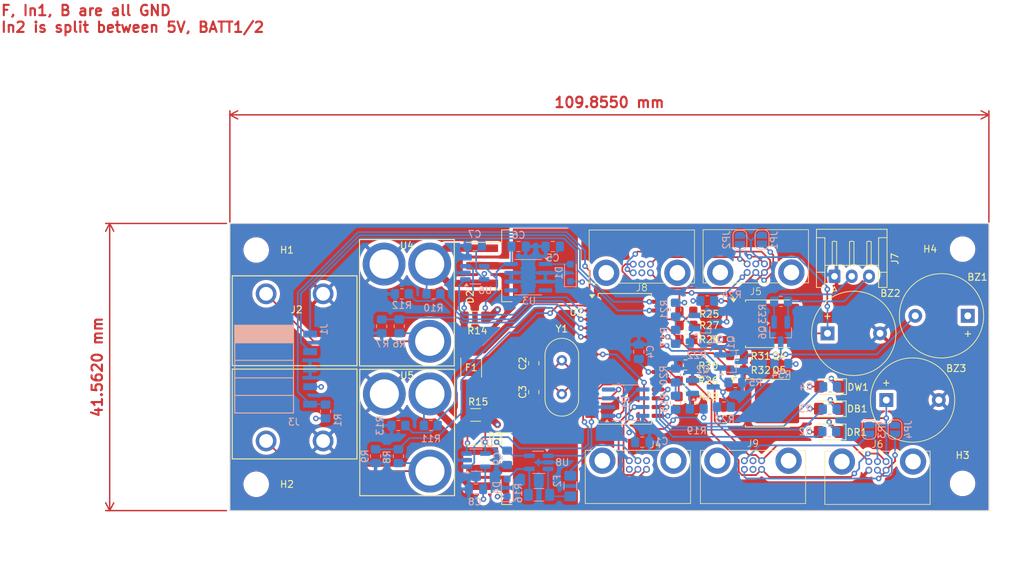
<source format=kicad_pcb>
(kicad_pcb (version 20241229) (generator "pcbnew") (generator_version "9.0")
  (layers (0 "F.Cu" signal) (4 "In1.Cu" signal) (6 "In2.Cu" signal) (2 "B.Cu" signal) (13 "F.Paste" user) (15 "B.Paste" user) (5 "F.SilkS" user "F.Silkscreen") (7 "B.SilkS" user "B.Silkscreen") (1 "F.Mask" user) (3 "B.Mask" user) (25 "Edge.Cuts" user))
  (net 0 "")
  (net 1 "Net-(BZ1-+)")
  (net 2 "+5V")
  (net 3 "Net-(BZ2--)")
  (net 4 "GND")
  (net 5 "Net-(BZ3--)")
  (net 6 "/OSC1")
  (net 7 "/OSC2")
  (net 8 "Net-(D1-A)")
  (net 9 "+BATT1")
  (net 10 "Net-(D2-A)")
  (net 11 "/power/RAW_BAT1")
  (net 12 "/power/RAW_BAT2")
  (net 13 "Net-(D3-A)")
  (net 14 "Net-(D4-A)")
  (net 15 "Net-(DB1-K)")
  (net 16 "Net-(DR1-K)")
  (net 17 "Net-(DW1-K)")
  (net 18 "Net-(U8-IN+)")
  (net 19 "Net-(J4-Pin_2)")
  (net 20 "/ICSPCLK")
  (net 21 "/~{MCLR}")
  (net 22 "/ICSPDAT")
  (net 23 "Net-(J2-Pin_2)")
  (net 24 "Net-(J3-Pin_1)")
  (net 25 "CANH")
  (net 26 "CANL")
  (net 28 "/altimeters/M1_PYRO")
  (net 29 "/altimeters/D1+")
  (net 30 "/altimeters/D1_PYRO")
  (net 31 "/altimeters/M1+")
  (net 32 "/altimeters/M2+")
  (net 33 "/altimeters/M2_PYRO")
  (net 34 "/altimeters/D2_PYRO")
  (net 35 "/altimeters/D2+")
  (net 36 "Net-(J7-Pin_2)")
  (net 37 "Net-(J7-Pin_3)")
  (net 42 "Net-(Q1-G)")
  (net 43 "Net-(Q2-G)")
  (net 44 "Net-(Q2-D)")
  (net 45 "Net-(Q3-G)")
  (net 46 "Net-(Q3-D)")
  (net 47 "+BATT2")
  (net 48 "/LED3")
  (net 49 "/LED2")
  (net 50 "/LED1")
  (net 51 "/power/VMAG2")
  (net 52 "/altimeters/A2_ARM")
  (net 53 "/CAN_TX")
  (net 54 "/CAN_RX")
  (net 57 "/altimeters/A2_DROGUE")
  (net 58 "/altimeters/A2_MAIN")
  (net 59 "CURR_AMP_BATT1")
  (net 60 "VMAG1")
  (net 61 "VBAT1")
  (net 62 "CURR_AMP_CAN")
  (net 63 "VBAT2")
  (net 64 "CURR_AMP_BATT2")
  (net 65 "SL_TX")
  (net 66 "/altimeters/A1_DROGUE")
  (net 67 "/altimeters/A1_MAIN")
  (net 68 "/altimeters/A1_ARM")
  (footprint "Capacitor_SMD:C_0805_2012Metric_Pad1.18x1.45mm_HandSolder" (layer "F.Cu") (at 115.863 72.644 90)
    (property "Reference" "C2")
    (property "Value" "27pF")
  )
  (footprint "RA_CUSTOM_LIBRARY:CUSTOM_Fuse_1812_4532Metric_Pad1.30x3.40mm_HandSolder" (layer "F.Cu") (at 106.807 73.279 90)
    (property "Reference" "F1")
    (property "Value" "Polyfuse 4A")
  )
  (footprint "canhw_footprints:connector_Harwin_G125–MG10605M4P" (layer "F.Cu") (at 165.608 86.881351)
    (property "Reference" "J6")
    (property "Value" "A2 Inputs")
  )
  (footprint "Resistor_SMD:R_0805_2012Metric_Pad1.20x1.40mm_HandSolder" (layer "F.Cu") (at 137.839 75.183)
    (property "Reference" "R26")
    (property "Value" "27k")
  )
  (footprint "LED_SMD:LED_1206_3216Metric_Pad1.42x1.75mm_HandSolder" (layer "F.Cu") (at 158.5855 82.5965 180)
    (property "Reference" "DR1")
    (property "Value" "LED")
  )
  (footprint "Connector_JST:JST_EH_S3B-EH_1x03_P2.50mm_Horizontal" (layer "F.Cu") (at 159.385 60.071)
    (property "Reference" "J7")
    (property "Value" "SL Data Connector")
  )
  (footprint "canhw_footprints:connector_Harwin_G125–MG10605M4P" (layer "F.Cu") (at 147.594 86.761)
    (property "Reference" "J9")
    (property "Value" "A2 Connections")
  )
  (footprint "Resistor_SMD:R_0805_2012Metric_Pad1.20x1.40mm_HandSolder" (layer "F.Cu") (at 137.823 72.897)
    (property "Reference" "R30")
    (property "Value" "27k")
  )
  (footprint "Resistor_SMD:R_0805_2012Metric_Pad1.20x1.40mm_HandSolder" (layer "F.Cu") (at 137.95 69.214 180)
    (property "Reference" "R28")
    (property "Value" "27k")
  )
  (footprint "canhw_footprints:BarrierBlock_ED2945-ND" (layer "F.Cu") (at 85.375 62.6 180)
    (property "Reference" "J2")
    (property "Value" "Battery 1")
  )
  (footprint "Buzzer_Beeper:Buzzer_12x9.5RM7.6" (layer "F.Cu") (at 178.679 65.786 180)
    (property "Reference" "BZ1")
    (property "Value" "CMI-1295-0585T")
  )
  (footprint "Resistor_SMD:R_0805_2012Metric_Pad1.20x1.40mm_HandSolder" (layer "F.Cu") (at 145.288 71.501 180)
    (property "Reference" "R31")
    (property "Value" "10k")
  )
  (footprint "MountingHole:MountingHole_3.2mm_M3" (layer "F.Cu") (at 75.692 56.261)
    (property "Reference" "H1")
    (property "Value" "MountingHole_Pad")
  )
  (footprint "canhw_footprints:Mag Switch" (layer "F.Cu") (at 97.536 73.533 180)
    (property "Reference" "U5")
    (property "Value" "Mag Switch")
  )
  (footprint "Buzzer_Beeper:Buzzer_12x9.5RM7.6" (layer "F.Cu") (at 166.888 77.978)
    (property "Reference" "BZ3")
    (property "Value" "WST-1212BX")
  )
  (footprint "Package_TO_SOT_SMD:TO-252-2" (layer "F.Cu") (at 149.82 66.935)
    (property "Reference" "Q4")
    (property "Value" "AOD417")
  )
  (footprint "canhw_footprints:SM74611" (layer "F.Cu") (at 114.173 58.547)
    (property "Reference" "D2")
    (property "Value" "SM74611")
  )
  (footprint "MountingHole:MountingHole_3.2mm_M3" (layer "F.Cu") (at 177.927 56.134)
    (property "Reference" "H4")
    (property "Value" "MountingHole_Pad")
  )
  (footprint "Resistor_SMD:R_0805_2012Metric_Pad1.20x1.40mm_HandSolder" (layer "F.Cu") (at 145.288 73.66)
    (property "Reference" "R32")
    (property "Value" "10k")
  )
  (footprint "canhw_footprints:connector_Harwin_G125–MG10605M4P" (layer "F.Cu") (at 148 59.51865 180)
    (property "Reference" "J5")
    (property "Value" "A1 Input")
  )
  (footprint "Resistor_SMD:R_0805_2012Metric_Pad1.20x1.40mm_HandSolder" (layer "F.Cu") (at 137.95 65.15 180)
    (property "Reference" "R25")
    (property "Value" "27k")
  )
  (footprint "Package_TO_SOT_SMD:TO-252-2" (layer "F.Cu") (at 149.811 78.4315)
    (property "Reference" "Q5")
    (property "Value" "AOD417")
  )
  (footprint "LED_SMD:LED_1206_3216Metric_Pad1.42x1.75mm_HandSolder" (layer "F.Cu") (at 158.667 76.028 180)
    (property "Reference" "DW1")
    (property "Value" "LED")
  )
  (footprint "canhw_footprints:connector_Harwin_G125–MG10605M4P" (layer "F.Cu") (at 131.502 59.563 180)
    (property "Reference" "J8")
    (property "Value" "A1 Connections")
  )
  (footprint "canhw_footprints:SM74611" (layer "F.Cu") (at 114.173 87.903)
    (property "Reference" "D3")
    (property "Value" "SM74611")
  )
  (footprint "Resistor_SMD:R_1206_3216Metric_Pad1.30x1.75mm_HandSolder" (layer "F.Cu") (at 107.35 66.04 180)
    (property "Reference" "R14")
    (property "Value" "4mR")
  )
  (footprint "Crystal:Crystal_HC49-4H_Vertical" (layer "F.Cu") (at 119.924 72.236 -90)
    (property "Reference" "Y1")
    (property "Value" "Crystal")
  )
  (footprint "LED_SMD:LED_1206_3216Metric_Pad1.42x1.75mm_HandSolder" (layer "F.Cu") (at 158.623 79.248 180)
    (property "Reference" "DB1")
    (property "Value" "LED")
  )
  (footprint "MountingHole:MountingHole_3.2mm_M3" (layer "F.Cu") (at 177.927 90.043)
    (property "Reference" "H3")
    (property "Value" "MountingHole_Pad")
  )
  (footprint "Capacitor_SMD:C_0805_2012Metric_Pad1.18x1.45mm_HandSolder" (layer "F.Cu") (at 115.863 76.835 -90)
    (property "Reference" "C3")
    (property "Value" "27pF")
  )
  (footprint "Package_SO:SOIC-28W_7.5x18.7mm_P1.27mm" (layer "F.Cu") (at 129.032 72.009)
    (property "Reference" "U2")
    (property "Value" "PIC18F26K83")
  )
  (footprint "MountingHole:MountingHole_3.2mm_M3" (layer "F.Cu") (at 75.692 90.17)
    (property "Reference" "H2")
    (property "Value" "MountingHole_Pad")
  )
  (footprint "Resistor_SMD:R_1206_3216Metric_Pad1.30x1.75mm_HandSolder" (layer "F.Cu") (at 107.442 80.137 180)
    (property "Reference" "R15")
    (property "Value" "4mR")
  )
  (footprint "Resistor_SMD:R_0805_2012Metric_Pad1.20x1.40mm_HandSolder" (layer "F.Cu") (at 137.823 77.469)
    (property "Reference" "R29")
    (property "Value" "10k")
  )
  (footprint "canhw_footprints:BarrierBlock_ED2945-ND" (layer "F.Cu") (at 77.125 83.9)
    (property "Reference" "J3")
    (property "Value" "Battery 2")
  )
  (footprint "Resistor_SMD:R_0805_2012Metric_Pad1.20x1.40mm_HandSolder" (layer "F.Cu") (at 137.966 67.182 180)
    (property "Reference" "R27")
    (property "Value" "10k")
  )
  (footprint "Buzzer_Beeper:Buzzer_12x9.5RM7.6" (layer "F.Cu") (at 158.379 68.326)
    (property "Reference" "BZ2")
    (property "Value" "CMI-1295-1285T")
  )
  (footprint "canhw_footprints:connector_Harwin_G125–MG10605M4P" (layer "F.Cu") (at 130.937 86.754351)
    (property "Reference" "J4")
    (property "Value" "CAN connector")
  )
  (footprint "canhw_footprints:Mag Switch" (layer "F.Cu") (at 97.5 54.7435 180)
    (property "Reference" "U4")
    (property "Value" "Mag Switch")
  )
  (footprint "Resistor_SMD:R_0805_2012Metric_Pad1.20x1.40mm_HandSolder" (layer "B.Cu") (at 139.446 79.248 180)
    (property "Reference" "R19")
    (property "Value" "5k")
  )
  (footprint "Fuse:Fuse_1206_3216Metric_Pad1.42x1.75mm_HandSolder" (layer "B.Cu") (at 121.158 90.424 90)
    (property "Reference" "F2")
    (property "Value" "Polyfuse 350mA")
  )
  (footprint "Capacitor_SMD:C_0805_2012Metric_Pad1.18x1.45mm_HandSolder" (layer "B.Cu") (at 131.064 70.993 -90)
    (property "Reference" "C4")
    (property "Value" "0.1u")
  )
  (footprint "Resistor_SMD:R_0805_2012Metric_Pad1.20x1.40mm_HandSolder" (layer "B.Cu") (at 93.853 67.31 -90)
    (property "Reference" "R7")
    (property "Value" "10K")
  )
  (footprint "Package_TO_SOT_SMD:SOT-23-5_HandSoldering" (layer "B.Cu") (at 107.496 86.678)
    (property "Reference" "U7")
    (property "Value" "INA180")
  )
  (footprint "canhw_footprints:PinHeader_5x2.54_SMD_90deg_952-3198-1-ND" (layer "B.Cu") (at 83.4875 68.42 -90)
    (property "Reference" "J1")
    (property "Value" "Conn_01x05_Female")
  )
  (footprint "Package_TO_SOT_SMD:SOT-23-5_HandSoldering" (layer "B.Cu") (at 107.315 59.563)
    (property "Reference" "U6")
    (property "Value" "INA180")
  )
  (footprint "Package_TO_SOT_SMD:SOT-23_Handsoldering" (layer "B.Cu") (at 144.399 72.39)
    (property "Reference" "Q1")
    (property "Value" "BSS138")
  )
  (footprint "Resistor_SMD:R_0805_2012Metric_Pad1.20x1.40mm_HandSolder" (layer "B.Cu") (at 96.266 81.661 180)
    (property "Reference" "R13")
    (property "Value" "10K")
  )
  (footprint "Resistor_SMD:R_0805_2012Metric_Pad1.20x1.40mm_HandSolder" (layer "B.Cu") (at 136.398 74.422 90)
    (property "Reference" "R20")
    (property "Value" "2k")
  )
  (footprint "Package_SO:SOIC-8_3.9x4.9mm_P1.27mm" (layer "B.Cu") (at 129.159 78.359)
    (property "Reference" "U1")
    (property "Value" "MCP2562")
  )
  (footprint "Package_SO:SOIC-8_3.9x4.9mm_P1.27mm" (layer "B.Cu") (at 115.062 60.198 180)
    (property "Reference" "U3")
    (property "Value" "TL750L05CD or LM2931AMX-5.0/NOPB")
  )
  (footprint "Resistor_SMD:R_0805_2012Metric_Pad1.20x1.40mm_HandSolder" (layer "B.Cu") (at 85.725 79.629 90)
    (property "Reference" "R1")
    (property "Value" "10K")
  )
  (footprint "Jumper:SolderJumper-2_P1.3mm_Open_RoundedPad1.0x1.5mm" (layer "B.Cu") (at 148.9 54.75 90)
    (property "Reference" "JP1")
    (property "Value" "M1 Pull Up")
  )
  (footprint "Capacitor_SMD:C_0805_2012Metric_Pad1.18x1.45mm_HandSolder" (layer "B.Cu") (at 131.572 84.074)
    (property "Reference" "C1")
    (property "Value" "10uF")
  )
  (footprint "Capacitor_SMD:C_0805_2012Metric_Pad1.18x1.45mm_HandSolder" (layer "B.Cu") (at 118.618 55.753 180)
    (property "Reference" "C5")
    (property "Value" "0.1uF")
  )
  (footprint "Package_TO_SOT_SMD:SOT-23_Handsoldering" (layer "B.Cu") (at 151.6 68.2 -90)
    (property "Reference" "Q6")
    (property "Value" "BSS138")
  )
  (footprint "Capacitor_SMD:C_0805_2012Metric_Pad1.18x1.45mm_HandSolder" (layer "B.Cu") (at 112.014 86.333 90)
    (property "Reference" "C9")
    (property "Value" "0.1uF")
  )
  (footprint "Jumper:SolderJumper-2_P1.3mm_Open_RoundedPad1.0x1.5mm" (layer "B.Cu") (at 145.7 54.8 90)
    (property "Reference" "JP2")
    (property "Value" "D1 Pull Up")
  )
  (footprint "Resistor_SMD:R_0805_2012Metric_Pad1.20x1.40mm_HandSolder" (layer "B.Cu") (at 140.97 63.627)
    (property "Reference" "R24")
    (property "Value" "15k")
  )
  (footprint "Resistor_SMD:R_0805_2012Metric_Pad1.20x1.40mm_HandSolder" (layer "B.Cu") (at 139.446 69.723)
    (property "Reference" "R22")
    (property "Value" "2k")
  )
  (footprint "Package_TO_SOT_SMD:SOT-23_Handsoldering" (layer "B.Cu") (at 140.716 66.675)
    (property "Reference" "Q3")
    (property "Value" "DMG2302UK")
  )
  (footprint "Resistor_SMD:R_0805_2012Metric_Pad1.20x1.40mm_HandSolder" (layer "B.Cu") (at 96.774 62.611 180)
    (property "Reference" "R12")
    (property "Value" "10K")
  )
  (footprint "Jumper:SolderJumper-2_P1.3mm_Open_RoundedPad1.0x1.5mm" (layer "B.Cu") (at 164.4 82.25 90)
    (property "Reference" "JP3")
    (property "Value" "M2 Pull Up")
  )
  (footprint "Resistor_SMD:R_0805_2012Metric_Pad1.20x1.40mm_HandSolder" (layer "B.Cu") (at 136.398 68.834 -90)
    (property "Reference" "R17")
    (property "Value" "270R")
  )
  (footprint "Resistor_SMD:R_1206_3216Metric_Pad1.30x1.75mm_HandSolder" (layer "B.Cu") (at 116.612 91.694)
    (property "Reference" "R16")
    (property "Value" "200mR")
  )
  (footprint "Resistor_SMD:R_0805_2012Metric_Pad1.20x1.40mm_HandSolder" (layer "B.Cu") (at 136.398 78.359 -90)
    (property "Reference" "R18")
    (property "Value" "270R")
  )
  (footprint "Resistor_SMD:R_0805_2012Metric_Pad1.20x1.40mm_HandSolder" (layer "B.Cu") (at 100.965 81.661 180)
    (property "Reference" "R11")
    (property "Value" "27K")
  )
  (footprint "Resistor_SMD:R_0805_2012Metric_Pad1.20x1.40mm_HandSolder" (layer "B.Cu") (at 158.6935 79.298 180)
    (property "Reference" "R3")
    (property "Value" "330R")
  )
  (footprint "Diode_SMD:D_SOD-323_HandSoldering" (layer "B.Cu") (at 121.158 59.563 90)
    (property "Reference" "D1")
    (property "Value" "CUS08F30")
  )
  (footprint "Jumper:SolderJumper-2_P1.3mm_Open_RoundedPad1.0x1.5mm" (layer "B.Cu") (at 168.15 82.25 90)
    (property "Reference" "JP4")
    (property "Value" "D2 Pull Up")
  )
  (footprint "Resistor_SMD:R_0805_2012Metric_Pad1.20x1.40mm_HandSolder" (layer "B.Cu") (at 143.383 78.994)
    (property "Reference" "R23")
    (property "Value" "15k")
  )
  (footprint "Resistor_SMD:R_0805_2012Metric_Pad1.20x1.40mm_HandSolder" (layer "B.Cu") (at 151.65 63.7)
    (property "Reference" "R33")
    (property "Value" "10K")
  )
  (footprint "Resistor_SMD:R_0805_2012Metric_Pad1.20x1.40mm_HandSolder" (layer "B.Cu") (at 158.75 76.073 180)
    (property "Reference" "R4")
    (property "Value" "330R")
  )
  (footprint "Resistor_SMD:R_0805_2012Metric_Pad1.20x1.40mm_HandSolder" (layer "B.Cu") (at 145.034 75.438)
    (property "Reference" "R5")
    (property "Value" "10K")
  )
  (footprint "Resistor_SMD:R_0805_2012Metric_Pad1.20x1.40mm_HandSolder" (layer "B.Cu") (at 96.393 67.31 90)
    (property "Reference" "R6")
    (property "Value" "27K")
  )
  (footprint "Package_TO_SOT_SMD:SOT-23-5_HandSoldering" (layer "B.Cu") (at 116.586 86.995 180)
    (property "Reference" "U8")
    (property "Value" "INA180")
  )
  (footprint "Resistor_SMD:R_0805_2012Metric_Pad1.20x1.40mm_HandSolder" (layer "B.Cu") (at 136.398 64.897 -90)
    (property "Reference" "R21")
    (property "Value" "5k")
  )
  (footprint "Capacitor_SMD:C_0805_2012Metric_Pad1.18x1.45mm_HandSolder" (layer "B.Cu") (at 107.315 55.626)
    (property "Reference" "C7")
    (property "Value" "0.1uF")
  )
  (footprint "Resistor_SMD:R_0805_2012Metric_Pad1.20x1.40mm_HandSolder" (layer "B.Cu") (at 96.266 86.106 90)
    (property "Reference" "R8")
    (property "Value" "27K")
  )
  (footprint "Capacitor_SMD:C_0805_2012Metric_Pad1.18x1.45mm_HandSolder" (layer "B.Cu") (at 113.665 55.753)
    (property "Reference" "C6")
    (property "Value" "0.33uF")
  )
  (footprint "Package_TO_SOT_SMD:SOT-23_Handsoldering" (layer "B.Cu") (at 140.335 76.073)
    (property "Reference" "Q2")
    (property "Value" "DMG2302UK")
  )
  (footprint "Diode_SMD:D_SOD-323_HandSoldering" (layer "B.Cu") (at 112.014 90.678 90)
    (property "Reference" "D4")
    (property "Value" "CUS08F30")
  )
  (footprint "Capacitor_SMD:C_0805_2012Metric_Pad1.18x1.45mm_HandSolder" (layer "B.Cu") (at 107.496 90.869)
    (property "Reference" "C8")
    (property "Value" "0.1uF")
  )
  (footprint "Resistor_SMD:R_0805_2012Metric_Pad1.20x1.40mm_HandSolder" (layer "B.Cu") (at 158.6355 82.5465 180)
    (property "Reference" "R2")
    (property "Value" "330R")
  )
  (footprint "Resistor_SMD:R_0805_2012Metric_Pad1.20x1.40mm_HandSolder" (layer "B.Cu") (at 151.7 72.7 180)
    (property "Reference" "R34")
    (property "Value" "10K")
  )
  (footprint "Resistor_SMD:R_0805_2012Metric_Pad1.20x1.40mm_HandSolder" (layer "B.Cu") (at 92.964 86.106 -90)
    (property "Reference" "R9")
    (property "Value" "10K")
  )
  (footprint "Resistor_SMD:R_0805_2012Metric_Pad1.20x1.40mm_HandSolder" (layer "B.Cu") (at 101.346 62.611 180)
    (property "Reference" "R10")
    (property "Value" "27K")
  )
  (gr_rect (start 71.882 52.418043) (end 181.737 93.98) (stroke (width 0.15)) (fill no) (layer "Edge.Cuts"))
  (gr_text "F, In1, B are all GND\nIn2 is split between 5V, BATT1/2\n" (at 38.608 24.892 0) (layer "F.Cu") (effects (font (size 1.5 1.5) (thickness 0.3) (bold yes)) (justify left bottom)))
  (dimension (type orthogonal) (layer "F.Cu") (pts (xy 71.882 52.705) (xy 181.737 52.705)) (height -16.002) (orientation 0) (format (prefix "") (suffix "") (units 3) (units_format 1) (precision 4)) (style (thickness 0.2) (arrow_length 1.27) (text_position_mode 0) (arrow_direction outward) (extension_height 0.58642) (extension_offset 0.5) (keep_text_aligned yes)) (gr_text "109.8550 mm" (at 126.8095 34.903 0) (layer "F.Cu") (effects (font (size 1.5 1.5) (thickness 0.3)))))
  (dimension (type orthogonal) (layer "F.Cu") (pts (xy 71.882 93.98) (xy 71.882 52.418043)) (height -17.399) (orientation 1) (format (prefix "") (suffix "") (units 3) (units_format 1) (precision 4)) (style (thickness 0.2) (arrow_length 1.27) (text_position_mode 0) (arrow_direction outward) (extension_height 0.58642) (extension_offset 0.5) (keep_text_aligned yes)) (gr_text "41.5620 mm" (at 52.683 73.199021 90) (layer "F.Cu") (effects (font (size 1.5 1.5) (thickness 0.3)))))
  (segment (start 150.875 71.374) (end 152.325 71.374) (width 0.25) (layer "F.Cu") (net 1))
  (via (at 152.325 71.374) (size 0.8) (drill 0.4) (layers "F.Cu" "B.Cu") (net 1))
  (via (at 150.875 71.374) (size 0.8) (drill 0.4) (layers "F.Cu" "B.Cu") (net 1))
  (segment (start 146.915 71.374) (end 150.875 71.374) (width 0.25) (layer "B.Cu") (net 1))
  (segment (start 171.079 65.786) (end 165.491 71.374) (width 0.25) (layer "B.Cu") (net 1))
  (segment (start 152.325 71.374) (end 165.491 71.374) (width 0.25) (layer "B.Cu") (net 1))
  (segment (start 145.899 72.39) (end 146.915 71.374) (width 0.25) (layer "B.Cu") (net 1))
  (segment (start 157.098 82.5965) (end 155.821 82.5965) (width 0.25) (layer "F.Cu") (net 2))
  (segment (start 155.821 82.5965) (end 155.794 82.5695) (width 0.25) (layer "F.Cu") (net 2))
  (segment (start 155.8815 79.248) (end 155.8565 79.223) (width 0.25) (layer "F.Cu") (net 2))
  (segment (start 157.1355 79.248) (end 155.8815 79.248) (width 0.25) (layer "F.Cu") (net 2))
  (segment (start 155.815 76.028) (end 155.803 76.04) (width 0.25) (layer "F.Cu") (net 2))
  (segment (start 133.832 73.914) (end 132.461 73.914) (width 0.25) (layer "F.Cu") (net 2))
  (segment (start 157.1795 76.028) (end 155.815 76.028) (width 0.25) (layer "F.Cu") (net 2))
  (via (at 84.328 80.645) (size 0.8) (drill 0.4) (layers "F.Cu" "B.Cu") (net 2))
  (via (at 129.667 82.677) (size 0.8) (drill 0.4) (layers "F.Cu" "B.Cu") (net 2))
  (via (at 155.794 82.5695) (size 0.8) (drill 0.4) (layers "F.Cu" "B.Cu") (net 2))
  (via (at 108.712 59.697002) (size 0.8) (drill 0.4) (layers "F.Cu" "B.Cu") (net 2))
  (via (at 122.873422 60.895578) (size 0.8) (drill 0.4) (layers "F.Cu" "B.Cu") (net 2))
  (via (at 108.585 92.329) (size 0.8) (drill 0.4) (layers "F.Cu" "B.Cu") (net 2))
  (via (at 155.803 76.04) (size 0.8) (drill 0.4) (layers "F.Cu" "B.Cu") (net 2))
  (via (at 110.617 91.948) (size 0.8) (drill 0.4) (layers "F.Cu" "B.Cu") (net 2))
  (via (at 155.8565 79.223) (size 0.8) (drill 0.4) (layers "F.Cu" "B.Cu") (net 2))
  (via (at 132.461 73.914) (size 0.8) (drill 0.4) (layers "F.Cu" "B.Cu") (net 2))
  (via (at 85.09 76.073) (size 0.8) (drill 0.4) (layers "F.Cu" "B.Cu") (net 2))
  (via (at 110.49 84.074) (size 0.8) (drill 0.4) (layers "F.Cu" "B.Cu") (net 2))
  (via (at 153.797 72.771) (size 0.8) (drill 0.4) (layers "F.Cu" "B.Cu") (net 2))
  (segment (start 122.790844 60.813) (end 122.873422 60.895578) (width 0.25) (layer "B.Cu") (net 2))
  (segment (start 129.9845 82.3595) (end 129.667 82.677) (width 0.25) (layer "B.Cu") (net 2))
  (segment (start 108.665 59.744002) (end 108.712 59.697002) (width 0.25) (layer "B.Cu") (net 2))
  (segment (start 130.5345 82.9095) (end 130.5345 84.074) (width 0.25) (layer "B.Cu") (net 2))
  (segment (start 110.637 91.928) (end 110.617 91.948) (width 0.25) (layer "B.Cu") (net 2))
  (segment (start 129.199653 78.158043) (end 129.593999 77.763697) (width 0.25) (layer "B.Cu") (net 2))
  (segment (start 83.4875 76.04) (end 85.057 76.04) (width 0.25) (layer "B.Cu") (net 2))
  (segment (start 107.522 59.37) (end 108.665 60.513) (width 0.25) (layer "B.Cu") (net 2))
  (segment (start 112.014 91.928) (end 110.637 91.928) (width 0.25) (layer "B.Cu") (net 2))
  (segment (start 112.014 85.2955) (end 112.0925 85.2955) (width 0.25) (layer "B.Cu") (net 2))
  (segment (start 108.5335 92.2775) (end 108.585 92.329) (width 0.25) (layer "B.Cu") (net 2))
  (segment (start 108.665 60.513) (end 108.665 59.744002) (width 0.25) (layer "B.Cu") (net 2))
  (segment (start 121.158 60.813) (end 122.790844 60.813) (width 0.25) (layer "B.Cu") (net 2))
  (segment (start 152.7 72.7) (end 153.726 72.7) (width 0.25) (layer "B.Cu") (net 2))
  (segment (start 129.199653 79.121) (end 129.199653 78.359) (width 0.25) (layer "B.Cu") (net 2))
  (segment (start 108.3525 55.626) (end 107.522 56.4565) (width 0.25) (layer "B.Cu") (net 2))
  (segment (start 108.5335 90.869) (end 108.5335 92.2775) (width 0.25) (layer "B.Cu") (net 2))
  (segment (start 129.9845 82.3595) (end 130.5345 82.9095) (width 0.25) (layer "B.Cu") (net 2))
  (segment (start 129.199653 79.121) (end 129.199653 81.574653) (width 0.25) (layer "B.Cu") (net 2))
  (segment (start 131.634 76.454) (end 130.903696 76.454) (width 0.25) (layer "B.Cu") (net 2))
  (segment (start 111.7115 85.2955) (end 110.49 84.074) (width 0.25) (layer "B.Cu") (net 2))
  (segment (start 85.057 76.04) (end 85.09 76.073) (width 0.25) (layer "B.Cu") (net 2))
  (segment (start 129.199653 81.574653) (end 129.9845 82.3595) (width 0.25) (layer "B.Cu") (net 2))
  (segment (start 84.344 80.629) (end 84.328 80.645) (width 0.25) (layer "B.Cu") (net 2))
  (segment (start 126.684 77.724) (end 127.802653 77.724) (width 0.25) (layer "B.Cu") (net 2))
  (segment (start 129.199653 78.359) (end 129.199653 78.158043) (width 0.25) (layer "B.Cu") (net 2))
  (segment (start 85.725 80.629) (end 84.344 80.629) (width 0.25) (layer "B.Cu") (net 2))
  (segment (start 107.522 56.4565) (end 107.522 59.37) (width 0.25) (layer "B.Cu") (net 2))
  (segment (start 127.802653 77.724) (end 129.199653 79.121) (width 0.25) (layer "B.Cu") (net 2))
  (segment (start 108.846 90.5565) (end 108.5335 90.869) (width 0.25) (layer "B.Cu") (net 2))
  (segment (start 108.846 87.628) (end 108.846 90.5565) (width 0.25) (layer "B.Cu") (net 2))
  (segment (start 112.842 86.045) (end 115.236 86.045) (width 0.25) (layer "B.Cu") (net 2))
  (segment (start 131.064 72.0305) (end 131.064 72.517) (width 0.25) (layer "B.Cu") (net 2))
  (segment (start 130.903696 76.454) (end 129.593999 77.763697) (width 0.25) (layer "B.Cu") (net 2))
  (segment (start 153.726 72.7) (end 153.797 72.771) (width 0.25) (layer "B.Cu") (net 2))
  (segment (start 131.064 72.517) (end 132.461 73.914) (width 0.25) (layer "B.Cu") (net 2))
  (segment (start 112.0925 85.2955) (end 112.842 86.045) (width 0.25) (layer "B.Cu") (net 2))
  (segment (start 112.014 85.2955) (end 111.7115 85.2955) (width 0.25) (layer "B.Cu") (net 2))
  (segment (start 152.471 68.326) (end 151.08 66.935) (width 0.25) (layer "F.Cu") (net 3))
  (segment (start 158.35 64.425) (end 158.35 61.949) (width 0.25) (layer "F.Cu") (net 3))
  (segment (start 158.379 68.326) (end 152.471 68.326) (width 0.25) (layer "F.Cu") (net 3))
  (via (at 158.35 64.425) (size 0.8) (drill 0.4) (layers "F.Cu" "B.Cu") (net 3))
  (via (at 158.35 61.949) (size 0.8) (drill 0.4) (layers "F.Cu" "B.Cu") (net 3))
  (segment (start 158.379 64.454) (end 158.35 64.425) (width 0.25) (layer "B.Cu") (net 3))
  (segment (start 147.3 54.945) (end 146.505 54.15) (width 0.25) (layer "B.Cu") (net 3))
  (segment (start 148.976 57.29265) (end 148 58.26865) (width 0.25) (layer "B.Cu") (net 3))
  (segment (start 154.07204 57.29265) (end 148.976 57.29265) (width 0.25) (layer "B.Cu") (net 3))
  (segment (start 158.35 61.949) (end 158.35 61.57061) (width 0.25) (layer "B.Cu") (net 3))
  (segment (start 148.145 54.1) (end 148.9 54.1) (width 0.25) (layer "B.Cu") (net 3))
  (segment (start 148.19265 57.29265) (end 147.3 56.4) (width 0.25) (layer "B.Cu") (net 3))
  (segment (start 147.3 56.4) (end 147.3 54.945) (width 0.25) (layer "B.Cu") (net 3))
  (segment (start 147.3 54.945) (end 148.145 54.1) (width 0.25) (layer "B.Cu") (net 3))
  (segment (start 146.505 54.15) (end 145.7 54.15) (width 0.25) (layer "B.Cu") (net 3))
  (segment (start 148.976 57.29265) (end 148.19265 57.29265) (width 0.25) (layer "B.Cu") (net 3))
  (segment (start 158.35 61.57061) (end 154.07204 57.29265) (width 0.25) (layer "B.Cu") (net 3))
  (segment (start 158.379 68.326) (end 158.379 64.454) (width 0.25) (layer "B.Cu") (net 3))
  (segment (start 148.201925 57.220575) (end 147.083981 57.220575) (width 0.25) (layer "F.Cu") (net 4))
  (segment (start 149.25 58.26865) (end 148.201925 57.220575) (width 0.25) (layer "F.Cu") (net 4))
  (via (at 147.083981 57.220575) (size 0.8) (drill 0.4) (layers "F.Cu" "B.Cu") (net 4))
  (segment (start 153.2395 80.6) (end 151.071 78.4315) (width 0.25) (layer "F.Cu") (net 5))
  (segment (start 166.888 80.6) (end 153.2395 80.6) (width 0.25) (layer "F.Cu") (net 5))
  (via (at 166.888 80.6) (size 0.8) (drill 0.4) (layers "F.Cu" "B.Cu") (net 5))
  (segment (start 166.888 77.978) (end 166.888 85.74321) (width 0.25) (layer "B.Cu") (net 5))
  (segment (start 168.15 81.6) (end 164.4 81.6) (width 0.25) (layer "B.Cu") (net 5))
  (segment (start 167.684 86.53921) (end 167.684 88.473492) (width 0.25) (layer "B.Cu") (net 5))
  (segment (start 167.200141 88.957351) (end 166.434 88.957351) (width 0.25) (layer "B.Cu") (net 5))
  (segment (start 167.684 88.473492) (end 167.200141 88.957351) (width 0.25) (layer "B.Cu") (net 5))
  (segment (start 166.434 88.957351) (end 165.608 88.131351) (width 0.25) (layer "B.Cu") (net 5))
  (segment (start 166.888 85.74321) (end 167.684 86.53921) (width 0.25) (layer "B.Cu") (net 5))
  (segment (start 119.924 72.236) (end 121.602 73.914) (width 0.25) (layer "F.Cu") (net 6))
  (segment (start 121.602 73.914) (end 124.232 73.914) (width 0.25) (layer "F.Cu") (net 6))
  (segment (start 118.4785 73.6815) (end 119.924 72.236) (width 0.25) (layer "F.Cu") (net 6))
  (segment (start 115.863 73.6815) (end 118.4785 73.6815) (width 0.25) (layer "F.Cu") (net 6))
  (segment (start 118.6055 75.7975) (end 115.863 75.7975) (width 0.25) (layer "F.Cu") (net 7))
  (segment (start 124.232 75.184) (end 121.856 75.184) (width 0.25) (layer "F.Cu") (net 7))
  (segment (start 121.856 75.184) (end 119.924 77.116) (width 0.25) (layer "F.Cu") (net 7))
  (segment (start 119.924 77.116) (end 118.6055 75.7975) (width 0.25) (layer "F.Cu") (net 7))
  (segment (start 117.557 58.313) (end 117.537 58.293) (width 0.25) (layer "B.Cu") (net 8))
  (segment (start 119.6555 56.1745) (end 119.6555 55.753) (width 0.25) (layer "B.Cu") (net 8))
  (segment (start 119.6555 55.626) (end 119.6555 56.1745) (width 0.25) (layer "B.Cu") (net 8))
  (segment (start 117.537 58.293) (end 119.6555 56.1745) (width 0.25) (layer "B.Cu") (net 8))
  (segment (start 121.158 58.313) (end 117.557 58.313) (width 0.25) (layer "B.Cu") (net 8))
  (segment (start 109.474 66.04) (end 110.617 64.897) (width 1.016) (layer "F.Cu") (net 9))
  (segment (start 108.9 64.704) (end 108.839 64.643) (width 0.25) (layer "F.Cu") (net 9))
  (segment (start 108.9 66.04) (end 108.9 64.704) (width 0.25) (layer "F.Cu") (net 9))
  (segment (start 144.78 69.215) (end 143.002 69.215) (width 1.016) (layer "F.Cu") (net 9))
  (segment (start 108.9 66.04) (end 109.474 66.04) (width 1.016) (layer "F.Cu") (net 9))
  (via (at 143.002 69.215) (size 0.8) (drill 0.4) (layers "F.Cu" "B.Cu") (net 9))
  (via (at 108.839 64.643) (size 0.8) (drill 0.4) (layers "F.Cu" "B.Cu") (net 9))
  (via (at 110.617 64.897) (size 0.8) (drill 0.4) (layers "F.Cu" "B.Cu") (net 9))
  (via (at 138.938 63.627) (size 0.8) (drill 0.4) (layers "F.Cu" "B.Cu") (net 9))
  (via (at 137.668 63.881) (size 0.8) (drill 0.4) (layers "F.Cu" "B.Cu") (net 9))
  (segment (start 108.839 64.643) (end 108.9 64.582) (width 0.25) (layer "B.Cu") (net 9))
  (segment (start 110.49 60.438) (end 110.49 62.21) (width 0.25) (layer "B.Cu") (net 9))
  (segment (start 112.6275 58.2525) (end 112.587 58.293) (width 0.25) (layer "B.Cu") (net 9))
  (segment (start 110.49 59.415001) (end 110.49 60.438) (width 0.25) (layer "B.Cu") (net 9))
  (segment (start 110.49 62.21) (end 108.9 63.8) (width 0.25) (layer "B.Cu") (net 9))
  (segment (start 112.587 58.293) (end 111.612001 58.293) (width 0.25) (layer "B.Cu") (net 9))
  (segment (start 137.652 63.897) (end 137.668 63.881) (width 0.25) (layer "B.Cu") (net 9))
  (segment (start 111.612001 58.293) (end 110.49 59.415001) (width 0.25) (layer "B.Cu") (net 9))
  (segment (start 108.665 58.613) (end 110.49 60.438) (width 0.25) (layer "B.Cu") (net 9))
  (segment (start 112.6275 55.753) (end 112.6275 58.2525) (width 0.25) (layer "B.Cu") (net 9))
  (segment (start 108.9 64.582) (end 108.9 63.8) (width 0.25) (layer "B.Cu") (net 9))
  (segment (start 136.398 63.897) (end 137.652 63.897) (width 0.25) (layer "B.Cu") (net 9))
  (segment (start 139.97 63.627) (end 138.938 63.627) (width 0.25) (layer "B.Cu") (net 9))
  (segment (start 108.398 56.007) (end 103.0945 56.007) (width 1.016) (layer "F.Cu") (net 10))
  (segment (start 103.0945 56.007) (end 100.802 58.2995) (width 1.016) (layer "F.Cu") (net 10))
  (segment (start 108.398 61.087) (end 103.5895 61.087) (width 1.016) (layer "F.Cu") (net 10))
  (segment (start 103.5895 61.087) (end 100.802 58.2995) (width 1.016) (layer "F.Cu") (net 10))
  (segment (start 100.346 58.7555) (end 100.346 62.611) (width 0.25) (layer "B.Cu") (net 10))
  (segment (start 100.802 58.2995) (end 100.346 58.7555) (width 0.25) (layer "B.Cu") (net 10))
  (segment (start 117.548 61.776) (end 108.585 70.739) (width 1.016) (layer "F.Cu") (net 11))
  (segment (start 105.8 66.04) (end 105.8 64.652) (width 0.25) (layer "F.Cu") (net 11))
  (segment (start 105.791 66.049) (end 105.8 66.04) (width 1.016) (layer "F.Cu") (net 11))
  (segment (start 106.807 70.664) (end 105.791 69.648) (width 1.016) (layer "F.Cu") (net 11))
  (segment (start 108.585 70.739) (end 108.51 70.664) (width 1.016) (layer "F.Cu") (net 11))
  (segment (start 108.51 70.664) (end 106.807 70.664) (width 1.016) (layer "F.Cu") (net 11))
  (segment (start 108.398 58.547) (end 117.548 58.547) (width 1.016) (layer "F.Cu") (net 11))
  (segment (start 105.8 64.652) (end 105.791 64.643) (width 0.25) (layer "F.Cu") (net 11))
  (segment (start 105.791 69.648) (end 105.791 66.049) (width 1.016) (layer "F.Cu") (net 11))
  (segment (start 117.548 58.547) (end 117.548 61.776) (width 1.016) (layer "F.Cu") (net 11))
  (via (at 105.791 64.643) (size 0.8) (drill 0.4) (layers "F.Cu" "B.Cu") (net 11))
  (segment (start 107.071 62.529) (end 107.071 58.939001) (width 0.25) (layer "B.Cu") (net 11))
  (segment (start 106.744999 58.613) (end 105.965 58.613) (width 0.25) (layer "B.Cu") (net 11))
  (segment (start 105.791 63.809) (end 107.071 62.529) (width 0.25) (layer "B.Cu") (net 11))
  (segment (start 107.071 58.939001) (end 106.744999 58.613) (width 0.25) (layer "B.Cu") (net 11))
  (segment (start 105.791 64.643) (end 105.791 63.809) (width 0.25) (layer "B.Cu") (net 11))
  (segment (start 106.264 84.212998) (end 106.264 81.626) (width 0.25) (layer "F.Cu") (net 12))
  (segment (start 105.892 80.137) (end 105.892 76.809) (width 1.016) (layer "F.Cu") (net 12))
  (segment (start 117.548 85.060001) (end 108.381999 75.894) (width 1.016) (layer "F.Cu") (net 12))
  (segment (start 117.548 87.903) (end 117.548 85.060001) (width 1.016) (layer "F.Cu") (net 12))
  (segment (start 105.892 81.254) (end 105.892 80.137) (width 0.25) (layer "F.Cu") (net 12))
  (segment (start 108.398 87.903) (end 117.548 87.903) (width 1.016) (layer "F.Cu") (net 12))
  (segment (start 108.381999 75.894) (end 106.807 75.894) (width 1.016) (layer "F.Cu") (net 12))
  (segment (start 106.264 81.626) (end 105.892 81.254) (width 0.25) (layer "F.Cu") (net 12))
  (segment (start 105.892 76.809) (end 106.807 75.894) (width 1.016) (layer "F.Cu") (net 12))
  (via (at 106.264 84.212998) (size 0.8) (drill 0.4) (layers "F.Cu" "B.Cu") (net 12))
  (segment (start 106.264 84.212998) (end 106.146 84.330998) (width 0.25) (layer "B.Cu") (net 12))
  (segment (start 106.146 84.330998) (end 106.146 85.728) (width 0.25) (layer "B.Cu") (net 12))
  (segment (start 105.156 83.693) (end 105.156 82.677) (width 1.016) (layer "F.Cu") (net 13))
  (segment (start 105.156 88.929) (end 105.156 83.693) (width 1.016) (layer "F.Cu") (net 13))
  (segment (start 108.398 90.443) (end 106.67 90.443) (width 1.016) (layer "F.Cu") (net 13))
  (segment (start 105.156 84.673361) (end 105.156 83.693) (width 1.016) (layer "F.Cu") (net 13))
  (segment (start 106.67 90.443) (end 105.156 88.929) (width 1.016) (layer "F.Cu") (net 13))
  (segment (start 105.156 82.677) (end 100.838 78.359) (width 1.016) (layer "F.Cu") (net 13))
  (segment (start 105.845639 85.363) (end 105.156 84.673361) (width 1.016) (layer "F.Cu") (net 13))
  (segment (start 100.838 78.359) (end 100.838 77.089) (width 1.016) (layer "F.Cu") (net 13))
  (segment (start 108.398 85.363) (end 105.845639 85.363) (width 1.016) (layer "F.Cu") (net 13))
  (segment (start 100.838 77.089) (end 99.965 77.962) (width 0.25) (layer "B.Cu") (net 13))
  (segment (start 99.965 77.962) (end 99.965 81.661) (width 0.25) (layer "B.Cu") (net 13))
  (segment (start 115.236 91.52) (end 115.062 91.694) (width 0.25) (layer "B.Cu") (net 14))
  (segment (start 115.236 87.945) (end 115.236 91.52) (width 0.25) (layer "B.Cu") (net 14))
  (segment (start 113.497 87.945) (end 112.014 89.428) (width 0.25) (layer "B.Cu") (net 14))
  (segment (start 115.236 87.945) (end 113.497 87.945) (width 0.25) (layer "B.Cu") (net 14))
  (segment (start 160.1105 79.248) (end 160.0855 79.248) (width 0.25) (layer "F.Cu") (net 15))
  (segment (start 160.0855 79.248) (end 158.7855 77.948) (width 0.25) (layer "F.Cu") (net 15))
  (via (at 158.7855 77.948) (size 0.8) (drill 0.4) (layers "F.Cu" "B.Cu") (net 15))
  (segment (start 158.7855 77.948) (end 158.7855 78.39) (width 0.25) (layer "B.Cu") (net 15))
  (segment (start 158.7855 78.39) (end 159.6935 79.298) (width 0.25) (layer "B.Cu") (net 15))
  (segment (start 160.073 82.5965) (end 158.623 81.1465) (width 0.25) (layer "F.Cu") (net 16))
  (via (at 158.623 81.1465) (size 0.8) (drill 0.4) (layers "F.Cu" "B.Cu") (net 16))
  (segment (start 158.623 81.1465) (end 158.623 81.534) (width 0.25) (layer "B.Cu") (net 16))
  (segment (start 158.623 81.534) (end 159.6355 82.5465) (width 0.25) (layer "B.Cu") (net 16))
  (segment (start 160.1545 76.028) (end 160.097 76.028) (width 0.25) (layer "F.Cu") (net 17))
  (segment (start 160.097 76.028) (end 158.932 74.863) (width 0.25) (layer "F.Cu") (net 17))
  (via (at 158.932 74.863) (size 0.8) (drill 0.4) (layers "F.Cu" "B.Cu") (net 17))
  (segment (start 158.932 74.863) (end 158.932 75.255) (width 0.25) (layer "B.Cu") (net 17))
  (segment (start 158.932 75.255) (end 159.75 76.073) (width 0.25) (layer "B.Cu") (net 17))
  (segment (start 118.364 91.694) (end 118.5815 91.9115) (width 0.25) (layer "B.Cu") (net 18))
  (segment (start 118.5815 91.9115) (end 121.158 91.9115) (width 0.25) (layer "B.Cu") (net 18))
  (segment (start 118.162 91.694) (end 118.364 91.694) (width 0.25) (layer "B.Cu") (net 18))
  (segment (start 117.936 91.468) (end 118.162 91.694) (width 0.25) (layer "B.Cu") (net 18))
  (segment (start 117.936 87.945) (end 117.936 91.468) (width 0.25) (layer "B.Cu") (net 18))
  (segment (start 124.86496 84.528351) (end 121.158 88.235311) (width 0.25) (layer "B.Cu") (net 19))
  (segment (start 121.158 88.235311) (end 121.158 88.9365) (width 0.25) (layer "B.Cu") (net 19))
  (segment (start 130.937 86.754351) (end 128.711 84.528351) (width 0.25) (layer "B.Cu") (net 19))
  (segment (start 128.711 84.528351) (end 124.86496 84.528351) (width 0.25) (layer "B.Cu") (net 19))
  (segment (start 133.832 65.024) (end 132.588 65.024) (width 0.25) (layer "F.Cu") (net 20))
  (via (at 132.588 65.024) (size 0.8) (drill 0.4) (layers "F.Cu" "B.Cu") (net 20))
  (segment (start 128.02715 65.024) (end 132.588 65.024) (width 0.25) (layer "B.Cu") (net 20))
  (segment (start 121.984 56.320486) (end 121.984 58.98085) (width 0.25) (layer "B.Cu") (net 20))
  (segment (start 90.817646 54.575) (end 120.238514 54.575) (width 0.25) (layer "B.Cu") (net 20))
  (segment (start 83.4875 68.42) (end 83.4875 61.905146) (width 0.25) (layer "B.Cu") (net 20))
  (segment (start 83.4875 61.905146) (end 90.817646 54.575) (width 0.25) (layer "B.Cu") (net 20))
  (segment (start 121.984 58.98085) (end 128.02715 65.024) (width 0.25) (layer "B.Cu") (net 20))
  (segment (start 120.238514 54.575) (end 121.984 56.320486) (width 0.25) (layer "B.Cu") (net 20))
  (segment (start 123.932001 59.250868) (end 123.932001 63.454001) (width 0.25) (layer "F.Cu") (net 21))
  (segment (start 123.28 58.598867) (end 123.932001 59.250868) (width 0.25) (layer "F.Cu") (net 21))
  (segment (start 123.932001 63.454001) (end 124.232 63.754) (width 0.25) (layer "F.Cu") (net 21))
  (via (at 123.28 58.598867) (size 0.8) (drill 0.4) (layers "F.Cu" "B.Cu") (net 21))
  (segment (start 123.28 56.340866) (end 123.28 58.598867) (width 0.25) (layer "B.Cu") (net 21))
  (segment (start 83.4875 78.58) (end 81.7105 76.803) (width 0.25) (layer "B.Cu") (net 21))
  (segment (start 83.4875 78.58) (end 85.676 78.58) (width 0.25) (layer "B.Cu") (net 21))
  (segment (start 81.7105 76.803) (end 81.7105 62.406526) (width 0.25) (layer "B.Cu") (net 21))
  (segment (start 81.7105 62.406526) (end 90.444026 53.673) (width 0.25) (layer "B.Cu") (net 21))
  (segment (start 85.676 78.58) (end 85.725 78.629) (width 0.25) (layer "B.Cu") (net 21))
  (segment (start 90.444026 53.673) (end 120.612134 53.673) (width 0.25) (layer "B.Cu") (net 21))
  (segment (start 120.612134 53.673) (end 123.28 56.340866) (width 0.25) (layer "B.Cu") (net 21))
  (segment (start 132.588 63.754) (end 133.832 63.754) (width 0.25) (layer "F.Cu") (net 22))
  (via (at 132.588 63.754) (size 0.8) (drill 0.4) (layers "F.Cu" "B.Cu") (net 22))
  (segment (start 122.555 56.253676) (end 120.425324 54.124) (width 0.25) (layer "B.Cu") (net 22))
  (segment (start 122.555 56.253676) (end 122.555 58.91404) (width 0.25) (layer "B.Cu") (net 22))
  (segment (start 82.1615 62.593336) (end 82.1615 69.634) (width 0.25) (layer "B.Cu") (net 22))
  (segment (start 120.425324 54.124) (end 90.630836 54.124) (width 0.25) (layer "B.Cu") (net 22))
  (segment (start 127.39496 63.754) (end 132.588 63.754) (width 0.25) (layer "B.Cu") (net 22))
  (segment (start 90.630836 54.124) (end 82.1615 62.593336) (width 0.25) (layer "B.Cu") (net 22))
  (segment (start 122.555 58.91404) (end 127.39496 63.754) (width 0.25) (layer "B.Cu") (net 22))
  (segment (start 82.1615 69.634) (end 83.4875 70.96) (width 0.25) (layer "B.Cu") (net 22))
  (segment (start 84.0005 69.4755) (end 100.802 69.4755) (width 0.25) (layer "F.Cu") (net 23))
  (segment (start 77.125 62.6) (end 84.0005 69.4755) (width 0.25) (layer "F.Cu") (net 23))
  (segment (start 100.802 69.4755) (end 99.6365 68.31) (width 0.25) (layer "B.Cu") (net 23))
  (segment (start 99.6365 68.31) (end 96.393 68.31) (width 0.25) (layer "B.Cu") (net 23))
  (segment (start 77.125 83.9) (end 81.49 88.265) (width 0.25) (layer "F.Cu") (net 24))
  (segment (start 81.49 88.265) (end 100.838 88.265) (width 0.25) (layer "F.Cu") (net 24))
  (segment (start 99.679 87.106) (end 96.266 87.106) (width 0.25) (layer "B.Cu") (net 24))
  (segment (start 100.838 88.265) (end 99.679 87.106) (width 0.25) (layer "B.Cu") (net 24))
  (segment (start 130.91 89.281351) (end 132.187 88.004351) (width 0.25) (layer "F.Cu") (net 25))
  (segment (start 128.143 88.52181) (end 128.902541 89.281351) (width 0.25) (layer "F.Cu") (net 25))
  (segment (start 128.143 81.28) (end 128.143 88.52181) (width 0.25) (layer "F.Cu") (net 25))
  (segment (start 130.429 78.994) (end 128.143 81.28) (width 0.25) (layer "F.Cu") (net 25))
  (segment (start 128.902541 89.281351) (end 130.91 89.281351) (width 0.25) (layer "F.Cu") (net 25))
  (via (at 130.429 78.994) (size 0.8) (drill 0.4) (layers "F.Cu" "B.Cu") (net 25))
  (segment (start 130.429 78.994) (end 131.634 78.994) (width 0.25) (layer "B.Cu") (net 25))
  (segment (start 129.089351 88.830351) (end 130.111 88.830351) (width 0.25) (layer "F.Cu") (net 26))
  (segment (start 128.861 81.587306) (end 129.925653 80.522653) (width 0.25) (layer "F.Cu") (net 26))
  (segment (start 128.861 88.602) (end 128.861 81.587306) (width 0.25) (layer "F.Cu") (net 26))
  (segment (start 128.861 88.602) (end 129.089351 88.830351) (width 0.25) (layer "F.Cu") (net 26))
  (segment (start 130.111 88.830351) (end 130.937 88.004351) (width 0.25) (layer "F.Cu") (net 26))
  (via (at 129.925653 80.522653) (size 0.8) (drill 0.4) (layers "F.Cu" "B.Cu") (net 26))
  (segment (start 129.703 78.680001) (end 130.659001 77.724) (width 0.25) (layer "B.Cu") (net 26))
  (segment (start 129.703 80.3) (end 129.703 78.680001) (width 0.25) (layer "B.Cu") (net 26))
  (segment (start 129.925653 80.522653) (end 129.703 80.3) (width 0.25) (layer "B.Cu") (net 26))
  (segment (start 130.659001 77.724) (end 131.634 77.724) (width 0.25) (layer "B.Cu") (net 26))
  (segment (start 147.554 61.21465) (end 149.25 59.51865) (width 0.25) (layer "F.Cu") (net 28))
  (segment (start 129.921 59.563) (end 129.413 59.055) (width 0.25) (layer "F.Cu") (net 28))
  (segment (start 130.252 59.563) (end 129.921 59.563) (width 0.25) (layer "F.Cu") (net 28))
  (segment (start 139.877 70.141) (end 145.875514 70.141) (width 0.25) (layer "F.Cu") (net 28))
  (segment (start 149.25 59.51865) (end 150.076 58.69265) (width 0.25) (layer "F.Cu") (net 28))
  (segment (start 130.902284 56.494575) (end 130.555209 56.84165) (width 0.25) (layer "F.Cu") (net 28))
  (segment (start 148.823575 56.494575) (end 130.902284 56.494575) (width 0.25) (layer "F.Cu") (net 28))
  (segment (start 150.076 58.69265) (end 150.076 57.747) (width 0.25) (layer "F.Cu") (net 28))
  (segment (start 145.875514 70.141) (end 147.554 68.462514) (width 0.25) (layer "F.Cu") (net 28))
  (segment (start 138.95 69.214) (end 139.877 70.141) (width 0.25) (layer "F.Cu") (net 28))
  (segment (start 150.076 57.747) (end 148.823575 56.494575) (width 0.25) (layer "F.Cu") (net 28))
  (segment (start 147.554 68.462514) (end 147.554 61.21465) (width 0.25) (layer "F.Cu") (net 28))
  (via (at 130.555209 56.84165) (size 0.8) (drill 0.4) (layers "F.Cu" "B.Cu") (net 28))
  (via (at 129.413 59.055) (size 0.8) (drill 0.4) (layers "F.Cu" "B.Cu") (net 28))
  (segment (start 129.413 57.983859) (end 130.555209 56.84165) (width 0.25) (layer "B.Cu") (net 28))
  (segment (start 129.413 59.055) (end 129.413 57.983859) (width 0.25) (layer "B.Cu") (net 28))
  (segment (start 145.774 57.29265) (end 133.77235 57.29265) (width 0.25) (layer "F.Cu") (net 29))
  (segment (start 146.75 58.26865) (end 145.774 57.29265) (width 0.25) (layer "F.Cu") (net 29))
  (segment (start 133.77235 57.29265) (end 132.752 58.313) (width 0.25) (layer "F.Cu") (net 29))
  (via (at 145.7 57.56665) (size 0.8) (drill 0.4) (layers "F.Cu" "B.Cu") (net 29))
  (segment (start 145.7 55.45) (end 145.7 57.56665) (width 0.25) (layer "B.Cu") (net 29))
  (segment (start 138.712597 62.46965) (end 136.95 62.46965) (width 0.25) (layer "F.Cu") (net 30))
  (segment (start 128.687 59.35572) (end 128.687 58.75428) (width 0.25) (layer "F.Cu") (net 30))
  (segment (start 129.12828 58.313) (end 130.252 58.313) (width 0.25) (layer "F.Cu") (net 30))
  (segment (start 146.72935 59.51865) (end 146.05 60.198) (width 0.25) (layer "F.Cu") (net 30))
  (segment (start 146.75 59.51865) (end 146.72935 59.51865) (width 0.25) (layer "F.Cu") (net 30))
  (segment (start 134.97065 62.46965) (end 133.578 61.077) (width 0.25) (layer "F.Cu") (net 30))
  (segment (start 138.712598 62.469649) (end 138.712597 62.46965) (width 0.25) (layer "F.Cu") (net 30))
  (segment (start 136.942 62.47765) (end 136.95 62.46965) (width 0.25) (layer "F.Cu") (net 30))
  (segment (start 133.578 61.077) (end 130.40828 61.077) (width 0.25) (layer "F.Cu") (net 30))
  (segment (start 136.95 65.15) (end 136.942 65.142) (width 0.25) (layer "F.Cu") (net 30))
  (segment (start 136.942 65.142) (end 136.942 62.47765) (width 0.25) (layer "F.Cu") (net 30))
  (segment (start 130.40828 61.077) (end 128.687 59.35572) (width 0.25) (layer "F.Cu") (net 30))
  (segment (start 128.687 58.75428) (end 129.12828 58.313) (width 0.25) (layer "F.Cu") (net 30))
  (segment (start 135.763 62.46965) (end 134.97065 62.46965) (width 0.25) (layer "F.Cu") (net 30))
  (segment (start 136.95 62.46965) (end 135.763 62.46965) (width 0.25) (layer "F.Cu") (net 30))
  (via (at 138.712598 62.469649) (size 0.8) (drill 0.4) (layers "F.Cu" "B.Cu") (net 30))
  (via (at 146.05 60.198) (size 0.8) (drill 0.4) (layers "F.Cu" "B.Cu") (net 30))
  (segment (start 143.77835 62.46965) (end 146.05 60.198) (width 0.25) (layer "B.Cu") (net 30))
  (segment (start 138.712598 62.469649) (end 138.712599 62.46965) (width 0.25) (layer "B.Cu") (net 30))
  (segment (start 138.712599 62.46965) (end 143.77835 62.46965) (width 0.25) (layer "B.Cu") (net 30))
  (segment (start 150.1 56.56765) (end 150.527 56.99465) (width 0.25) (layer "F.Cu") (net 31))
  (segment (start 137.57404 61.789) (end 134.978 61.789) (width 0.25) (layer "F.Cu") (net 31))
  (segment (start 150.527 59.409791) (end 149.286791 60.65) (width 0.25) (layer "F.Cu") (net 31))
  (segment (start 134.978 61.789) (end 132.752 59.563) (width 0.25) (layer "F.Cu") (net 31))
  (segment (start 148 59.51865) (end 145.774 61.74465) (width 0.25) (layer "F.Cu") (net 31))
  (segment (start 149.286791 60.65) (end 149.2 60.65) (width 0.25) (layer "F.Cu") (net 31))
  (segment (start 150.527 56.99465) (end 150.527 59.409791) (width 0.25) (layer "F.Cu") (net 31))
  (segment (start 137.61839 61.74465) (end 137.57404 61.789) (width 0.25) (layer "F.Cu") (net 31))
  (segment (start 145.774 61.74465) (end 137.61839 61.74465) (width 0.25) (layer "F.Cu") (net 31))
  (via (at 149.2 60.65) (size 0.8) (drill 0.4) (layers "F.Cu" "B.Cu") (net 31))
  (via (at 150.1 56.56765) (size 0.8) (drill 0.4) (layers "F.Cu" "B.Cu") (net 31))
  (segment (start 149.2 60.65) (end 149.13135 60.65) (width 0.25) (layer "B.Cu") (net 31))
  (segment (start 148.93235 55.4) (end 150.1 56.56765) (width 0.25) (layer "B.Cu") (net 31))
  (segment (start 148.9 55.4) (end 148.93235 55.4) (width 0.25) (layer "B.Cu") (net 31))
  (segment (start 149.13135 60.65) (end 148 59.51865) (width 0.25) (layer "B.Cu") (net 31))
  (segment (start 162.765 84.535) (end 148.57 84.535) (width 0.25) (layer "B.Cu") (net 32))
  (segment (start 165.608 84.108) (end 165.608 86.881351) (width 0.25) (layer "B.Cu") (net 32))
  (segment (start 164.4 82.9) (end 165.608 84.108) (width 0.25) (layer "B.Cu") (net 32))
  (segment (start 148.57 84.535) (end 146.344 86.761) (width 0.25) (layer "B.Cu") (net 32))
  (segment (start 164.4 82.9) (end 162.765 84.535) (width 0.25) (layer "B.Cu") (net 32))
  (segment (start 138.823 72.897) (end 142.041 76.115) (width 0.25) (layer "F.Cu") (net 33))
  (segment (start 151.07 84.535) (end 148.844 86.761) (width 0.25) (layer "F.Cu") (net 33))
  (segment (start 146.985546 85.935) (end 148.018 85.935) (width 0.25) (layer "F.Cu") (net 33))
  (segment (start 142.041 80.990454) (end 146.985546 85.935) (width 0.25) (layer "F.Cu") (net 33))
  (segment (start 148.018 85.935) (end 148.844 86.761) (width 0.25) (layer "F.Cu") (net 33))
  (segment (start 162.011649 84.535) (end 151.07 84.535) (width 0.25) (layer "F.Cu") (net 33))
  (segment (start 164.358 86.881351) (end 162.011649 84.535) (width 0.25) (layer "F.Cu") (net 33))
  (segment (start 142.041 76.115) (end 142.041 80.990454) (width 0.25) (layer "F.Cu") (net 33))
  (segment (start 162.265931 88.608021) (end 161.766601 89.107351) (width 0.25) (layer "F.Cu") (net 34))
  (segment (start 165.702521 85.725872) (end 164.227827 85.725872) (width 0.25) (layer "F.Cu") (net 34))
  (segment (start 141.59 82.75896) (end 145.518 86.68696) (width 0.25) (layer "F.Cu") (net 34))
  (segment (start 146.001859 88.837) (end 148.018 88.837) (width 0.25) (layer "F.Cu") (net 34))
  (segment (start 138.839 75.183) (end 141.59 77.934) (width 0.25) (layer "F.Cu") (net 34))
  (segment (start 148.018 88.837) (end 148.844 88.011) (width 0.25) (layer "F.Cu") (net 34))
  (segment (start 161.766601 89.107351) (end 149.940351 89.107351) (width 0.25) (layer "F.Cu") (net 34))
  (segment (start 166.858 86.881351) (end 165.702521 85.725872) (width 0.25) (layer "F.Cu") (net 34))
  (segment (start 149.940351 89.107351) (end 148.844 88.011) (width 0.25) (layer "F.Cu") (net 34))
  (segment (start 141.59 77.934) (end 141.59 82.75896) (width 0.25) (layer "F.Cu") (net 34))
  (segment (start 145.518 88.353141) (end 146.001859 88.837) (width 0.25) (layer "F.Cu") (net 34))
  (segment (start 145.518 86.68696) (end 145.518 88.353141) (width 0.25) (layer "F.Cu") (net 34))
  (via (at 162.265931 88.608021) (size 0.8) (drill 0.4) (layers "F.Cu" "B.Cu") (net 34))
  (via (at 164.227827 85.725872) (size 0.8) (drill 0.4) (layers "F.Cu" "B.Cu") (net 34))
  (segment (start 164.227827 85.725872) (end 162.96688 86.986819) (width 0.25) (layer "B.Cu") (net 34))
  (segment (start 162.96688 86.986819) (end 162.96688 87.907072) (width 0.25) (layer "B.Cu") (net 34))
  (segment (start 162.96688 87.907072) (end 162.265931 88.608021) (width 0.25) (layer "B.Cu") (net 34))
  (segment (start 166.858 88.131351) (end 166.858 88.259386) (width 0.25) (layer "F.Cu") (net 35))
  (segment (start 168.15 86.839351) (end 166.858 88.131351) (width 0.25) (layer "F.Cu") (net 35))
  (segment (start 168.15 85.95) (end 168.15 86.839351) (width 0.25) (layer "F.Cu") (net 35))
  (segment (start 166.858 88.259386) (end 165.784365 89.333021) (width 0.25) (layer "F.Cu") (net 35))
  (via (at 168.15 85.95) (size 0.8) (drill 0.4) (layers "F.Cu" "B.Cu") (net 35))
  (via (at 165.784365 89.333021) (size 0.8) (drill 0.4) (layers "F.Cu" "B.Cu") (net 35))
  (segment (start 165.784365 89.333021) (end 146.610021 89.333021) (width 0.25) (layer "B.Cu") (net 35))
  (segment (start 146.610021 89.333021) (end 146.344 89.067) (width 0.25) (layer "B.Cu") (net 35))
  (segment (start 168.15 82.9) (end 168.15 85.95) (width 0.25) (layer "B.Cu") (net 35))
  (segment (start 146.344 89.067) (end 146.344 88.011) (width 0.25) (layer "B.Cu") (net 35))
  (segment (start 161.885 60.1035) (end 159.3145 62.674) (width 0.25) (layer "B.Cu") (net 36))
  (segment (start 159.3145 62.674) (end 151.676 62.674) (width 0.25) (layer "B.Cu") (net 36))
  (segment (start 150.65 63.7) (end 150.65 66.7) (width 0.25) (layer "B.Cu") (net 36))
  (segment (start 161.885 60.071) (end 161.885 60.1035) (width 0.25) (layer "B.Cu") (net 36))
  (segment (start 151.676 62.674) (end 150.65 63.7) (width 0.25) (layer "B.Cu") (net 36))
  (segment (start 152.65 63.7) (end 160.7885 63.7) (width 0.25) (layer "B.Cu") (net 37))
  (segment (start 152.65 66.6) (end 152.55 66.7) (width 0.25) (layer "B.Cu") (net 37))
  (segment (start 152.65 63.7) (end 152.65 66.6) (width 0.25) (layer "B.Cu") (net 37))
  (segment (start 164.385 60.1035) (end 164.385 60.071) (width 0.25) (layer "B.Cu") (net 37))
  (segment (start 160.7885 63.7) (end 164.385 60.1035) (width 0.25) (layer "B.Cu") (net 37))
  (segment (start 133.832 70.104) (end 135.094303 70.104) (width 0.25) (layer "F.Cu") (net 42))
  (segment (start 135.094303 70.104) (end 135.098 70.100303) (width 0.25) (layer "F.Cu") (net 42))
  (via (at 135.098 70.100303) (size 0.8) (drill 0.4) (layers "F.Cu" "B.Cu") (net 42))
  (segment (start 142.875 74.803) (end 143.51 75.438) (width 0.25) (layer "B.Cu") (net 42))
  (segment (start 142.899 73.34) (end 142.899 74.779) (width 0.25) (layer "B.Cu") (net 42))
  (segment (start 140.425 70.866) (end 142.899 73.34) (width 0.25) (layer "B.Cu") (net 42))
  (segment (start 143.51 75.438) (end 144.034 75.438) (width 0.25) (layer "B.Cu") (net 42))
  (segment (start 135.098 70.100303) (end 135.098 70.155514) (width 0.25) (layer "B.Cu") (net 42))
  (segment (start 135.808486 70.866) (end 140.425 70.866) (width 0.25) (layer "B.Cu") (net 42))
  (segment (start 142.899 74.779) (end 142.875 74.803) (width 0.25) (layer "B.Cu") (net 42))
  (segment (start 135.098 70.155514) (end 135.808486 70.866) (width 0.25) (layer "B.Cu") (net 42))
  (segment (start 137.234 75.422) (end 138.835 77.023) (width 0.25) (layer "B.Cu") (net 43))
  (segment (start 136.398 75.422) (end 136.398 77.359) (width 0.25) (layer "B.Cu") (net 43))
  (segment (start 136.398 75.422) (end 137.234 75.422) (width 0.25) (layer "B.Cu") (net 43))
  (segment (start 138.446 79.248) (end 138.446 77.412) (width 0.25) (layer "B.Cu") (net 43))
  (segment (start 138.446 77.412) (end 138.835 77.023) (width 0.25) (layer "B.Cu") (net 43))
  (segment (start 144.6925 76.073) (end 144.771 76.1515) (width 0.25) (layer "F.Cu") (net 44))
  (segment (start 143.256 76.835) (end 144.018 76.073) (width 0.25) (layer "F.Cu") (net 44))
  (segment (start 144.018 76.073) (end 144.6925 76.073) (width 0.25) (layer "F.Cu") (net 44))
  (via (at 143.256 76.835) (size 0.8) (drill 0.4) (layers "F.Cu" "B.Cu") (net 44))
  (segment (start 144.383 78.597) (end 144.383 78.994) (width 0.25) (layer "B.Cu") (net 44))
  (segment (start 143.256 76.835) (end 143.256 77.47) (width 0.25) (layer "B.Cu") (net 44))
  (segment (start 143.256 77.47) (end 144.383 78.597) (width 0.25) (layer "B.Cu") (net 44))
  (segment (start 141.835 76.073) (end 142.494 76.073) (width 0.25) (layer "B.Cu") (net 44))
  (segment (start 142.494 76.073) (end 143.256 76.835) (width 0.25) (layer "B.Cu") (net 44))
  (segment (start 136.398 65.897) (end 137.488 65.897) (width 0.25) (layer "B.Cu") (net 45))
  (segment (start 136.398 65.897) (end 136.398 67.834) (width 0.25) (layer "B.Cu") (net 45))
  (segment (start 138.446 68.395) (end 139.216 67.625) (width 0.25) (layer "B.Cu") (net 45))
  (segment (start 138.446 69.723) (end 138.446 68.395) (width 0.25) (layer "B.Cu") (net 45))
  (segment (start 137.488 65.897) (end 139.216 67.625) (width 0.25) (layer "B.Cu") (net 45))
  (segment (start 143.002 63.627) (end 143.752 63.627) (width 0.25) (layer "F.Cu") (net 46))
  (segment (start 143.785475 65.649525) (end 144.78 64.655) (width 0.25) (layer "F.Cu") (net 46))
  (segment (start 143.752 63.627) (end 144.78 64.655) (width 0.25) (layer "F.Cu") (net 46))
  (segment (start 143.785475 66.653525) (end 143.785475 65.649525) (width 0.25) (layer "F.Cu") (net 46))
  (via (at 143.002 63.627) (size 0.8) (drill 0.4) (layers "F.Cu" "B.Cu") (net 46))
  (via (at 143.785475 66.653525) (size 0.8) (drill 0.4) (layers "F.Cu" "B.Cu") (net 46))
  (segment (start 142.216 66.675) (end 143.764 66.675) (width 0.25) (layer "B.Cu") (net 46))
  (segment (start 141.97 63.627) (end 143.002 63.627) (width 0.25) (layer "B.Cu") (net 46))
  (segment (start 143.764 66.675) (end 143.785475 66.653525) (width 0.25) (layer "B.Cu") (net 46))
  (segment (start 108.846 81.781) (end 108.992 81.635) (width 0.25) (layer "F.Cu") (net 47))
  (segment (start 108.992 80.137) (end 109.22 80.137) (width 1.016) (layer "F.Cu") (net 47))
  (segment (start 144.771 80.7115) (end 142.9415 80.7115) (width 1.016) (layer "F.Cu") (net 47))
  (segment (start 142.9415 80.7115) (end 142.875 80.645) (width 1.016) (layer "F.Cu") (net 47))
  (segment (start 109.22 80.137) (end 110.617 81.534) (width 1.016) (layer "F.Cu") (net 47))
  (segment (start 108.992 81.635) (end 108.992 80.137) (width 0.25) (layer "F.Cu") (net 47))
  (segment (start 108.846 84.074) (end 108.846 81.781) (width 0.25) (layer "F.Cu") (net 47))
  (via (at 110.617 81.534) (size 0.8) (drill 0.4) (layers "F.Cu" "B.Cu") (net 47))
  (via (at 108.846 84.074) (size 0.8) (drill 0.4) (layers "F.Cu" "B.Cu") (net 47))
  (via (at 142.875 80.645) (size 0.8) (drill 0.4) (layers "F.Cu" "B.Cu") (net 47))
  (via (at 140.462 80.518) (size 0.8) (drill 0.4) (layers "F.Cu" "B.Cu") (net 47))
  (segment (start 140.446 79.248) (end 140.446 80.502) (width 0.25) (layer "B.Cu") (net 47))
  (segment (start 142.383 78.994) (end 142.383 80.153) (width 0.25) (layer "B.Cu") (net 47))
  (segment (start 142.383 80.153) (end 142.875 80.645) (width 0.25) (layer "B.Cu") (net 47))
  (segment (start 108.846 84.074) (end 108.846 85.728) (width 0.25) (layer "B.Cu") (net 47))
  (segment (start 140.446 80.502) (end 140.462 80.518) (width 0.25) (layer "B.Cu") (net 47))
  (segment (start 133.832 76.454) (end 135.255 76.454) (width 0.25) (layer "F.Cu") (net 48))
  (via (at 135.255 76.454) (size 0.8) (drill 0.4) (layers "F.Cu" "B.Cu") (net 48))
  (segment (start 133.627 78.082) (end 133.627 80.93834) (width 0.25) (layer "B.Cu") (net 48))
  (segment (start 135.255 76.454) (end 133.627 78.082) (width 0.25) (layer "B.Cu") (net 48))
  (segment (start 135.98416 83.2955) (end 156.8865 83.2955) (width 0.25) (layer "B.Cu") (net 48))
  (segment (start 156.8865 83.2955) (end 157.6355 82.5465) (width 0.25) (layer "B.Cu") (net 48))
  (segment (start 133.627 80.93834) (end 135.98416 83.2955) (width 0.25) (layer "B.Cu") (net 48))
  (segment (start 133.832 77.724) (end 135.09626 77.724) (width 0.25) (layer "F.Cu") (net 49))
  (segment (start 135.09626 77.724) (end 135.098 77.72226) (width 0.25) (layer "F.Cu") (net 49))
  (via (at 135.098 77.72226) (size 0.8) (drill 0.4) (layers "F.Cu" "B.Cu") (net 49))
  (segment (start 154.7185 82.273) (end 135.59947 82.273) (width 0.25) (layer "B.Cu") (net 49))
  (segment (start 135.59947 82.273) (end 134.078 80.75153) (width 0.25) (layer "B.Cu") (net 49))
  (segment (start 134.078 78.74226) (end 135.098 77.72226) (width 0.25) (layer "B.Cu") (net 49))
  (segment (start 134.078 80.75153) (end 134.078 78.74226) (width 0.25) (layer "B.Cu") (net 49))
  (segment (start 157.6935 79.298) (end 154.7185 82.273) (width 0.25) (layer "B.Cu") (net 49))
  (segment (start 133.832 78.994) (end 135.098 78.994) (width 0.25) (layer "F.Cu") (net 50))
  (via (at 135.098 78.994) (size 0.8) (drill 0.4) (layers "F.Cu" "B.Cu") (net 50))
  (segment (start 135.098 78.994) (end 134.529 79.563) (width 0.25) (layer "B.Cu") (net 50))
  (segment (start 152.001 81.822) (end 157.75 76.073) (width 0.25) (layer "B.Cu") (net 50))
  (segment (start 135.78628 81.822) (end 152.001 81.822) (width 0.25) (layer "B.Cu") (net 50))
  (segment (start 134.529 79.563) (end 134.529 80.56472) (width 0.25) (layer "B.Cu") (net 50))
  (segment (start 134.529 80.56472) (end 135.78628 81.822) (width 0.25) (layer "B.Cu") (net 50))
  (segment (start 124.232 68.834) (end 122.682 68.834) (width 0.25) (layer "F.Cu") (net 51))
  (via (at 122.682 68.834) (size 0.8) (drill 0.4) (layers "F.Cu" "B.Cu") (net 51))
  (segment (start 104.648 78.232) (end 101.965 80.915) (width 0.25) (layer "B.Cu") (net 51))
  (segment (start 104.648 74.803) (end 104.648 78.232) (width 0.25) (layer "B.Cu") (net 51))
  (segment (start 100.939 82.687) (end 98.292 82.687) (width 0.25) (layer "B.Cu") (net 51))
  (segment (start 101.965 81.661) (end 100.939 82.687) (width 0.25) (layer "B.Cu") (net 51))
  (segment (start 113.15981 67.437) (end 112.014 67.437) (width 0.25) (layer "B.Cu") (net 51))
  (segment (start 101.965 80.915) (end 101.965 81.661) (width 0.25) (layer "B.Cu") (net 51))
  (segment (start 122.682 68.834) (end 118.491 64.643) (width 0.25) (layer "B.Cu") (net 51))
  (segment (start 112.014 67.437) (end 104.648 74.803) (width 0.25) (layer "B.Cu") (net 51))
  (segment (start 98.292 82.687) (end 97.266 81.661) (width 0.25) (layer "B.Cu") (net 51))
  (segment (start 115.95381 64.643) (end 113.15981 67.437) (width 0.25) (layer "B.Cu") (net 51))
  (segment (start 118.491 64.643) (end 115.95381 64.643) (width 0.25) (layer "B.Cu") (net 51))
  (segment (start 133.832 80.264) (end 135.255 80.264) (width 0.25) (layer "F.Cu") (net 52))
  (via (at 135.255 80.264) (size 0.8) (drill 0.4) (layers "F.Cu" "B.Cu") (net 52))
  (segment (start 135.255 80.264) (end 135.493 80.264) (width 0.25) (layer "B.Cu") (net 52))
  (segment (start 135.493 80.264) (end 136.398 79.359) (width 0.25) (layer "B.Cu") (net 52))
  (segment (start 128.869 79.528694) (end 128.869 76.15328) (width 0.25) (layer "F.Cu") (net 53))
  (segment (start 125.857999 75.728) (end 125.131999 76.454) (width 0.25) (layer "F.Cu") (net 53))
  (segment (start 125.131999 76.454) (end 124.232 76.454) (width 0.25) (layer "F.Cu") (net 53))
  (segment (start 128.138347 80.259347) (end 128.869 79.528694) (width 0.25) (layer "F.Cu") (net 53))
  (segment (start 128.869 76.15328) (end 128.44372 75.728) (width 0.25) (layer "F.Cu") (net 53))
  (segment (start 128.44372 75.728) (end 125.857999 75.728) (width 0.25) (layer "F.Cu") (net 53))
  (via (at 128.138347 80.259347) (size 0.8) (drill 0.4) (layers "F.Cu" "B.Cu") (net 53))
  (segment (start 128.133694 80.264) (end 128.138347 80.259347) (width 0.25) (layer "B.Cu") (net 53))
  (segment (start 126.684 80.264) (end 128.133694 80.264) (width 0.25) (layer "B.Cu") (net 53))
  (segment (start 126.873 77.724) (end 124.232 77.724) (width 0.25) (layer "F.Cu") (net 54))
  (segment (start 128.143 76.454) (end 126.873 77.724) (width 0.25) (layer "F.Cu") (net 54))
  (via (at 128.143 76.454) (size 0.8) (drill 0.4) (layers "F.Cu" "B.Cu") (net 54))
  (segment (start 126.684 76.454) (end 128.143 76.454) (width 0.25) (layer "B.Cu") (net 54))
  (segment (start 133.832 72.644) (end 134.3 72.644) (width 0.25) (layer "F.Cu") (net 57))
  (segment (start 136.839 75.183) (end 136.839 77.453) (width 0.25) (layer "F.Cu") (net 57))
  (segment (start 134.3 72.644) (end 136.839 75.183) (width 0.25) (layer "F.Cu") (net 57))
  (segment (start 136.839 77.453) (end 136.823 77.469) (width 0.25) (layer "F.Cu") (net 57))
  (segment (start 144.288 73.66) (end 141.818 71.19) (width 0.25) (layer "F.Cu") (net 58))
  (segment (start 136.823 72.897) (end 138.53 71.19) (width 0.25) (layer "F.Cu") (net 58))
  (segment (start 138.53 71.19) (end 141.818 71.19) (width 0.25) (layer "F.Cu") (net 58))
  (segment (start 135.3 71.374) (end 136.823 72.897) (width 0.25) (layer "F.Cu") (net 58))
  (segment (start 133.832 71.374) (end 135.3 71.374) (width 0.25) (layer "F.Cu") (net 58))
  (segment (start 124.232 65.024) (end 122.682 65.024) (width 0.25) (layer "F.Cu") (net 59))
  (via (at 122.682 65.024) (size 0.8) (drill 0.4) (layers "F.Cu" "B.Cu") (net 59))
  (segment (start 105.065 61.413) (end 105.965 60.513) (width 0.25) (layer "B.Cu") (net 59))
  (segment (start 105.065 64.94372) (end 105.065 61.413) (width 0.25) (layer "B.Cu") (net 59))
  (segment (start 115.443 63.119) (end 112.939 65.623) (width 0.25) (layer "B.Cu") (net 59))
  (segment (start 122.682 65.024) (end 122.555 65.024) (width 0.25) (layer "B.Cu") (net 59))
  (segment (start 120.65 63.119) (end 115.443 63.119) (width 0.25) (layer "B.Cu") (net 59))
  (segment (start 105.74428 65.623) (end 105.065 64.94372) (width 0.25) (layer "B.Cu") (net 59))
  (segment (start 112.939 65.623) (end 105.74428 65.623) (width 0.25) (layer "B.Cu") (net 59))
  (segment (start 122.555 65.024) (end 120.65 63.119) (width 0.25) (layer "B.Cu") (net 59))
  (segment (start 124.232 66.294) (end 122.682 66.294) (width 0.25) (layer "F.Cu") (net 60))
  (via (at 122.682 66.294) (size 0.8) (drill 0.4) (layers "F.Cu" "B.Cu") (net 60))
  (segment (start 115.571405 63.628405) (end 120.016405 63.628405) (width 0.25) (layer "B.Cu") (net 60))
  (segment (start 102.346 62.86253) (end 102.346 62.611) (width 0.25) (layer "B.Cu") (net 60))
  (segment (start 105.77747 66.294) (end 112.90581 66.294) (width 0.25) (layer "B.Cu") (net 60))
  (segment (start 105.77747 66.294) (end 102.346 62.86253) (width 0.25) (layer "B.Cu") (net 60))
  (segment (start 120.016405 63.628405) (end 122.682 66.294) (width 0.25) (layer "B.Cu") (net 60))
  (segment (start 101.32 63.637) (end 98.8 63.637) (width 0.25) (layer "B.Cu") (net 60))
  (segment (start 102.346 62.611) (end 101.32 63.637) (width 0.25) (layer "B.Cu") (net 60))
  (segment (start 98.8 63.637) (end 97.774 62.611) (width 0.25) (layer "B.Cu") (net 60))
  (segment (start 112.90581 66.294) (end 115.571405 63.628405) (width 0.25) (layer "B.Cu") (net 60))
  (segment (start 124.232 67.564) (end 122.682 67.564) (width 0.25) (layer "F.Cu") (net 61))
  (via (at 122.682 67.564) (size 0.8) (drill 0.4) (layers "F.Cu" "B.Cu") (net 61))
  (segment (start 113.214 66.745) (end 105.59066 66.745) (width 0.25) (layer "B.Cu") (net 61))
  (segment (start 115.824 64.135) (end 113.214 66.745) (width 0.25) (layer "B.Cu") (net 61))
  (segment (start 96.6523 66.0507) (end 96.393 66.31) (width 0.25) (layer "B.Cu") (net 61))
  (segment (start 119.253 64.135) (end 115.824 64.135) (width 0.25) (layer "B.Cu") (net 61))
  (segment (start 104.89636 66.0507) (end 96.6523 66.0507) (width 0.25) (layer "B.Cu") (net 61))
  (segment (start 105.59066 66.745) (end 104.89636 66.0507) (width 0.25) (layer "B.Cu") (net 61))
  (segment (start 96.393 66.31) (end 93.853 66.31) (width 0.25) (layer "B.Cu") (net 61))
  (segment (start 122.682 67.564) (end 119.253 64.135) (width 0.25) (layer "B.Cu") (net 61))
  (segment (start 124.232 81.127) (end 124.206 81.153) (width 0.25) (layer "F.Cu") (net 62))
  (segment (start 124.232 80.264) (end 124.232 81.127) (width 0.25) (layer "F.Cu") (net 62))
  (via (at 124.206 81.153) (size 0.8) (drill 0.4) (layers "F.Cu" "B.Cu") (net 62))
  (segment (start 117.936 86.045) (end 122.710501 86.045) (width 0.25) (layer "B.Cu") (net 62))
  (segment (start 124.206 84.549501) (end 124.206 81.153) (width 0.25) (layer "B.Cu") (net 62))
  (segment (start 122.710501 86.045) (end 124.206 84.549501) (width 0.25) (layer "B.Cu") (net 62))
  (segment (start 125.458 69.777999) (end 125.131999 70.104) (width 0.25) (layer "F.Cu") (net 63))
  (segment (start 125.165322 64.38) (end 125.458 64.672678) (width 0.25) (layer "F.Cu") (net 63))
  (segment (start 125.131999 70.104) (end 124.232 70.104) (width 0.25) (layer "F.Cu") (net 63))
  (segment (start 118.232347 65.409653) (end 119.344 64.298) (width 0.25) (layer "F.Cu") (net 63))
  (segment (start 119.344 64.298) (end 123.198678 64.298) (width 0.25) (layer "F.Cu") (net 63))
  (segment (start 123.198678 64.298) (end 123.280678 64.38) (width 0.25) (layer "F.Cu") (net 63))
  (segment (start 123.280678 64.38) (end 125.165322 64.38) (width 0.25) (layer "F.Cu") (net 63))
  (segment (start 125.458 64.672678) (end 125.458 69.777999) (width 0.25) (layer "F.Cu") (net 63))
  (via (at 118.232347 65.409653) (size 0.8) (drill 0.4) (layers "F.Cu" "B.Cu") (net 63))
  (segment (start 112.268 68.199) (end 113.538 68.199) (width 0.25) (layer "B.Cu") (net 63))
  (segment (start 105.41 79.837514) (end 105.41 75.057) (width 0.25) (layer "B.Cu") (net 63))
  (segment (start 118.237 65.405) (end 118.232347 65.409653) (width 0.25) (layer "B.Cu") (net 63))
  (segment (start 101.760516 83.486998) (end 105.41 79.837514) (width 0.25) (layer "B.Cu") (net 63))
  (segment (start 116.332 65.405) (end 118.237 65.405) (width 0.25) (layer "B.Cu") (net 63))
  (segment (start 96.266 85.106) (end 97.885002 83.486998) (width 0.25) (layer "B.Cu") (net 63))
  (segment (start 97.885002 83.486998) (end 101.760516 83.486998) (width 0.25) (layer "B.Cu") (net 63))
  (segment (start 105.41 75.057) (end 112.268 68.199) (width 0.25) (layer "B.Cu") (net 63))
  (segment (start 96.266 85.106) (end 92.964 85.106) (width 0.25) (layer "B.Cu") (net 63))
  (segment (start 113.538 68.199) (end 116.332 65.405) (width 0.25) (layer "B.Cu") (net 63))
  (segment (start 123.006 79.912678) (end 123.006 80.953003) (width 0.25) (layer "F.Cu") (net 64))
  (segment (start 123.924678 78.994) (end 123.006 79.912678) (width 0.25) (layer "F.Cu") (net 64))
  (segment (start 123.006 80.953003) (end 123.205997 81.153) (width 0.25) (layer "F.Cu") (net 64))
  (segment (start 124.232 78.994) (end 123.924678 78.994) (width 0.25) (layer "F.Cu") (net 64))
  (via (at 123.205997 81.153) (size 0.8) (drill 0.4) (layers "F.Cu" "B.Cu") (net 64))
  (segment (start 113.792 84.963) (end 112.177 83.348) (width 0.25) (layer "B.Cu") (net 64))
  (segment (start 107.252 84.64128) (end 107.252 87.047346) (width 0.25) (layer "B.Cu") (net 64))
  (segment (start 106.671346 87.628) (end 106.146 87.628) (width 0.25) (layer "B.Cu") (net 64))
  (segment (start 108.54528 83.348) (end 107.252 84.64128) (width 0.25) (layer "B.Cu") (net 64))
  (segment (start 123.154691 84.963) (end 113.792 84.963) (width 0.25) (layer "B.Cu") (net 64))
  (segment (start 107.252 87.047346) (end 106.671346 87.628) (width 0.25) (layer "B.Cu") (net 64))
  (segment (start 112.177 83.348) (end 108.54528 83.348) (width 0.25) (layer "B.Cu") (net 64))
  (segment (start 123.205997 81.153) (end 123.205997 81.365997) (width 0.25) (layer "B.Cu") (net 64))
  (segment (start 123.205997 81.365997) (end 123.755 81.915) (width 0.25) (layer "B.Cu") (net 64))
  (segment (start 123.755 84.362691) (end 123.154691 84.963) (width 0.25) (layer "B.Cu") (net 64))
  (segment (start 123.755 81.915) (end 123.755 84.362691) (width 0.25) (layer "B.Cu") (net 64))
  (segment (start 134.757181 82.169) (end 133.35 82.169) (width 0.25) (layer "F.Cu") (net 65))
  (segment (start 131.826 80.645) (end 131.826 75.438) (width 0.25) (layer "F.Cu") (net 65))
  (segment (start 133.35 82.169) (end 131.826 80.645) (width 0.25) (layer "F.Cu") (net 65))
  (segment (start 125.857 71.374) (end 124.232 71.374) (width 0.25) (layer "F.Cu") (net 65))
  (segment (start 136.029042 80.897139) (end 134.757181 82.169) (width 0.25) (layer "F.Cu") (net 65))
  (via (at 131.826 75.438) (size 0.8) (drill 0.4) (layers "F.Cu" "B.Cu") (net 65))
  (via (at 125.857 71.374) (size 0.8) (drill 0.4) (layers "F.Cu" "B.Cu") (net 65))
  (via (at 136.029042 80.897139) (size 0.8) (drill 0.4) (layers "F.Cu" "B.Cu") (net 65))
  (segment (start 151.6 71.8) (end 150.7 72.7) (width 0.25) (layer "B.Cu") (net 65))
  (segment (start 136.408181 80.518) (end 136.029042 80.897139) (width 0.25) (layer "B.Cu") (net 65))
  (segment (start 150.7 74.298514) (end 143.627514 81.371) (width 0.25) (layer "B.Cu") (net 65))
  (segment (start 151.6 69.7) (end 151.6 71.8) (width 0.25) (layer "B.Cu") (net 65))
  (segment (start 127.762 71.374) (end 125.857 71.374) (width 0.25) (layer "B.Cu") (net 65))
  (segment (start 131.826 75.438) (end 127.762 71.374) (width 0.25) (layer "B.Cu") (net 65))
  (segment (start 140.172 81.371) (end 139.319 80.518) (width 0.25) (layer "B.Cu") (net 65))
  (segment (start 150.7 72.7) (end 150.7 74.298514) (width 0.25) (layer "B.Cu") (net 65))
  (segment (start 143.627514 81.371) (end 140.172 81.371) (width 0.25) (layer "B.Cu") (net 65))
  (segment (start 139.319 80.518) (end 136.408181 80.518) (width 0.25) (layer "B.Cu") (net 65))
  (segment (start 136.966 67.182) (end 136.078 66.294) (width 0.25) (layer "F.Cu") (net 66))
  (segment (start 136.966 67.134) (end 138.95 65.15) (width 0.25) (layer "F.Cu") (net 66))
  (segment (start 136.078 66.294) (end 133.832 66.294) (width 0.25) (layer "F.Cu") (net 66))
  (segment (start 136.966 67.182) (end 136.966 67.134) (width 0.25) (layer "F.Cu") (net 66))
  (segment (start 136.95 69.27781) (end 136.95 69.214) (width 0.25) (layer "F.Cu") (net 67))
  (segment (start 138.26419 70.592) (end 136.95 69.27781) (width 0.25) (layer "F.Cu") (net 67))
  (segment (start 144.288 71.501) (end 143.379 70.592) (width 0.25) (layer "F.Cu") (net 67))
  (segment (start 135.3 67.564) (end 133.832 67.564) (width 0.25) (layer "F.Cu") (net 67))
  (segment (start 136.95 69.214) (end 135.3 67.564) (width 0.25) (layer "F.Cu") (net 67))
  (segment (start 143.379 70.592) (end 138.26419 70.592) (width 0.25) (layer "F.Cu") (net 67))
  (segment (start 133.832 68.834) (end 135.255 68.834) (width 0.25) (layer "F.Cu") (net 68))
  (via (at 135.255 68.834) (size 0.8) (drill 0.4) (layers "F.Cu" "B.Cu") (net 68))
  (segment (start 135.398 68.834) (end 136.398 69.834) (width 0.25) (layer "B.Cu") (net 68))
  (segment (start 135.255 68.834) (end 135.398 68.834) (width 0.25) (layer "B.Cu") (net 68))
  (zone (net 4) (net_name "GND") (layer "F.Cu") (connect_pads (clearance 0.508)) (min_thickness 0.25) (fill yes (thermal_gap 0.5) (thermal_bridge_width 0.5))
    (polygon (pts (xy 186.817 46.830043) (xy 64.883 46.830043) (xy 64.883 101.6) (xy 186.817 101.6)))
  )
  (zone (net 4) (net_name "GND") (layer "B.Cu") (priority 2) (connect_pads (clearance 0.508)) (min_thickness 0.25) (fill yes (thermal_gap 0.5) (thermal_bridge_width 0.5))
    (polygon (pts (xy 185.42 48.862043) (xy 67.691 48.862043) (xy 67.691 99.06) (xy 185.42 99.06)))
  )
)
</source>
